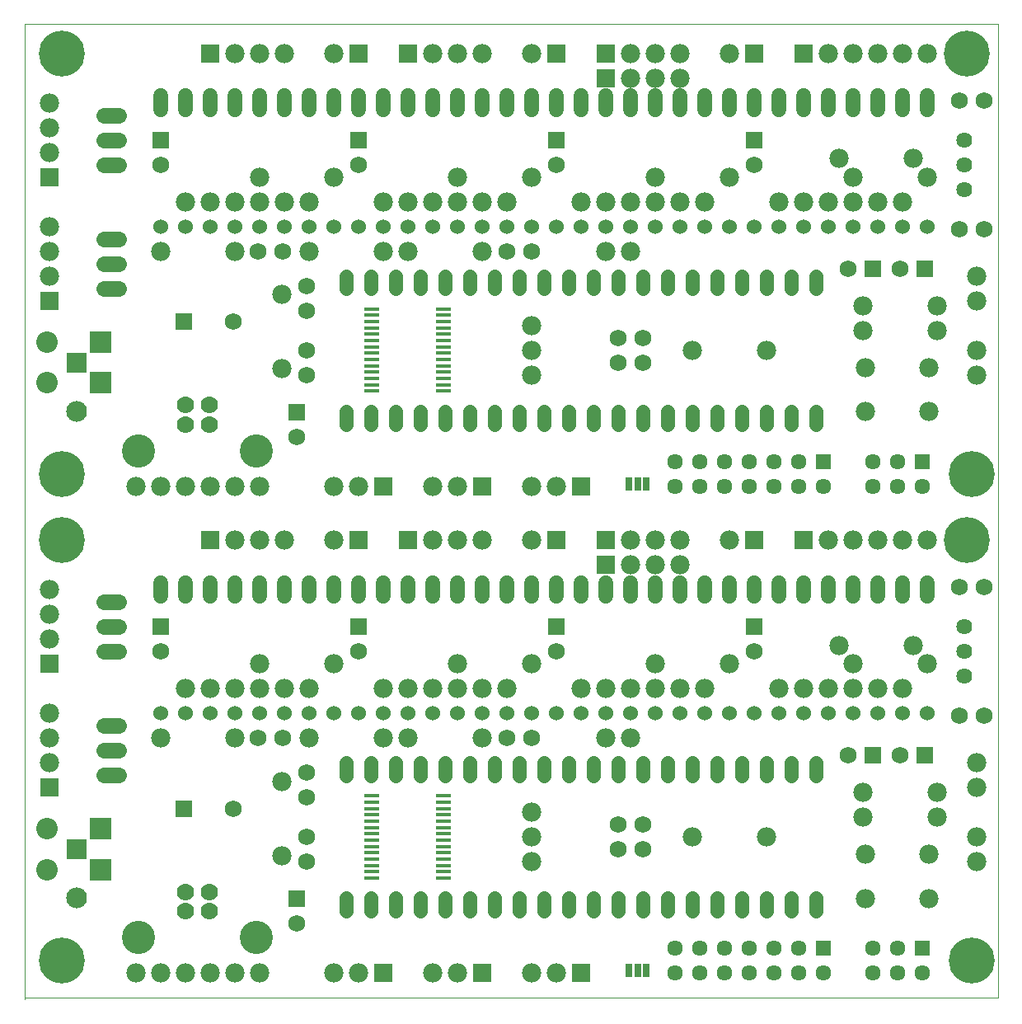
<source format=gbs>
G75*
G70*
%OFA0B0*%
%FSLAX24Y24*%
%IPPOS*%
%LPD*%
%AMOC8*
5,1,8,0,0,1.08239X$1,22.5*
%
%ADD10C,0.0000*%
%ADD11C,0.0780*%
%ADD12C,0.0690*%
%ADD13C,0.0700*%
%ADD14C,0.1340*%
%ADD15R,0.0590X0.0177*%
%ADD16C,0.0600*%
%ADD17C,0.0600*%
%ADD18R,0.0690X0.0690*%
%ADD19R,0.0780X0.0780*%
%ADD20C,0.0560*%
%ADD21C,0.0640*%
%ADD22R,0.0290X0.0540*%
%ADD23R,0.0840X0.0840*%
%ADD24C,0.0840*%
%ADD25C,0.0867*%
%ADD26R,0.0867X0.0867*%
%ADD27C,0.0640*%
%ADD28C,0.0634*%
%ADD29R,0.0634X0.0634*%
%ADD30C,0.1857*%
D10*
X001050Y001483D02*
X001050Y001561D01*
X001050Y040931D01*
X040420Y040931D01*
X040420Y001561D01*
X001050Y001561D01*
D11*
X005550Y002561D03*
X006550Y002561D03*
X007550Y002561D03*
X008550Y002561D03*
X009550Y002561D03*
X010550Y002561D03*
X013550Y002561D03*
X014550Y002561D03*
X017550Y002561D03*
X018550Y002561D03*
X021550Y002561D03*
X022550Y002561D03*
X021550Y007061D03*
X021550Y008061D03*
X021550Y009061D03*
X019550Y012061D03*
X019550Y014061D03*
X018550Y014061D03*
X018550Y015061D03*
X017550Y014061D03*
X016550Y014061D03*
X015550Y014061D03*
X015550Y012061D03*
X016550Y012061D03*
X013550Y015061D03*
X012550Y014061D03*
X011550Y014061D03*
X010550Y014061D03*
X009550Y014061D03*
X010550Y015061D03*
X008550Y014061D03*
X007550Y014061D03*
X006550Y012061D03*
X009550Y012061D03*
X011450Y010311D03*
X012550Y012061D03*
X011450Y007311D03*
X002050Y011061D03*
X002050Y012061D03*
X002050Y013061D03*
X002050Y016061D03*
X002050Y017061D03*
X002050Y018061D03*
X005550Y022246D03*
X006550Y022246D03*
X007550Y022246D03*
X008550Y022246D03*
X009550Y022246D03*
X010550Y022246D03*
X010550Y020061D03*
X009550Y020061D03*
X011550Y020061D03*
X013550Y020061D03*
X013550Y022246D03*
X014550Y022246D03*
X017550Y022246D03*
X018550Y022246D03*
X018550Y020061D03*
X019550Y020061D03*
X017550Y020061D03*
X021550Y020061D03*
X021550Y022246D03*
X022550Y022246D03*
X025550Y020061D03*
X025550Y019061D03*
X026550Y019061D03*
X026550Y020061D03*
X027550Y020061D03*
X027550Y019061D03*
X029550Y020061D03*
X033550Y020061D03*
X034550Y020061D03*
X035550Y020061D03*
X036550Y020061D03*
X037550Y020061D03*
X037000Y015811D03*
X037550Y015061D03*
X036550Y014061D03*
X035550Y014061D03*
X034550Y014061D03*
X034550Y015061D03*
X034000Y015811D03*
X033550Y014061D03*
X032550Y014061D03*
X031550Y014061D03*
X029550Y015061D03*
X028550Y014061D03*
X027550Y014061D03*
X026550Y014061D03*
X025550Y014061D03*
X026550Y015061D03*
X024550Y014061D03*
X023550Y014061D03*
X024550Y012061D03*
X025550Y012061D03*
X028050Y008061D03*
X031050Y008061D03*
X034950Y008861D03*
X034950Y009861D03*
X035076Y007358D03*
X035076Y005578D03*
X037636Y005578D03*
X037636Y007358D03*
X037950Y008861D03*
X037950Y009861D03*
X039550Y010061D03*
X039550Y011061D03*
X039550Y008061D03*
X039550Y007061D03*
X037636Y025263D03*
X037636Y027043D03*
X037950Y028546D03*
X037950Y029546D03*
X039550Y029746D03*
X039550Y030746D03*
X039550Y027746D03*
X039550Y026746D03*
X035076Y027043D03*
X034950Y028546D03*
X034950Y029546D03*
X034550Y033746D03*
X035550Y033746D03*
X036550Y033746D03*
X037550Y034746D03*
X037000Y035496D03*
X034550Y034746D03*
X034000Y035496D03*
X033550Y033746D03*
X032550Y033746D03*
X031550Y033746D03*
X029550Y034746D03*
X028550Y033746D03*
X027550Y033746D03*
X026550Y033746D03*
X025550Y033746D03*
X024550Y033746D03*
X023550Y033746D03*
X024550Y031746D03*
X025550Y031746D03*
X026550Y034746D03*
X026550Y038746D03*
X025550Y038746D03*
X025550Y039746D03*
X026550Y039746D03*
X027550Y039746D03*
X027550Y038746D03*
X029550Y039746D03*
X033550Y039746D03*
X034550Y039746D03*
X035550Y039746D03*
X036550Y039746D03*
X037550Y039746D03*
X031050Y027746D03*
X028050Y027746D03*
X021550Y027746D03*
X021550Y028746D03*
X021550Y026746D03*
X019550Y031746D03*
X019550Y033746D03*
X018550Y033746D03*
X017550Y033746D03*
X016550Y033746D03*
X015550Y033746D03*
X015550Y031746D03*
X016550Y031746D03*
X018550Y034746D03*
X020550Y033746D03*
X021550Y034746D03*
X021550Y039746D03*
X019550Y039746D03*
X018550Y039746D03*
X017550Y039746D03*
X013550Y039746D03*
X011550Y039746D03*
X010550Y039746D03*
X009550Y039746D03*
X010550Y034746D03*
X010550Y033746D03*
X009550Y033746D03*
X008550Y033746D03*
X007550Y033746D03*
X006550Y031746D03*
X009550Y031746D03*
X011450Y029996D03*
X012550Y031746D03*
X012550Y033746D03*
X011550Y033746D03*
X013550Y034746D03*
X011450Y026996D03*
X002050Y030746D03*
X002050Y031746D03*
X002050Y032746D03*
X002050Y035746D03*
X002050Y036746D03*
X002050Y037746D03*
X021550Y015061D03*
X020550Y014061D03*
X035076Y025263D03*
D12*
X034350Y031046D03*
X036450Y031040D03*
X038853Y032646D03*
X039853Y032646D03*
X039853Y037846D03*
X038853Y037846D03*
X030550Y035246D03*
X026050Y028246D03*
X026050Y027246D03*
X025050Y027246D03*
X025050Y028246D03*
X021550Y031746D03*
X020550Y031746D03*
X022550Y035246D03*
X014550Y035246D03*
X011500Y031746D03*
X010500Y031746D03*
X012450Y030346D03*
X012450Y029346D03*
X012450Y027746D03*
X012450Y026746D03*
X012050Y024246D03*
X009500Y028896D03*
X006550Y035246D03*
X006550Y015561D03*
X010500Y012061D03*
X011500Y012061D03*
X012450Y010661D03*
X012450Y009661D03*
X012450Y008061D03*
X012450Y007061D03*
X012050Y004561D03*
X009500Y009211D03*
X014550Y015561D03*
X020550Y012061D03*
X021550Y012061D03*
X022550Y015561D03*
X025050Y008561D03*
X025050Y007561D03*
X026050Y007561D03*
X026050Y008561D03*
X030550Y015561D03*
X034350Y011361D03*
X036450Y011355D03*
X038853Y012961D03*
X039853Y012961D03*
X039853Y018161D03*
X038853Y018161D03*
D13*
X008542Y024746D03*
X008542Y025526D03*
X007558Y025526D03*
X007558Y024746D03*
X007558Y005841D03*
X007558Y005061D03*
X008542Y005061D03*
X008542Y005841D03*
D14*
X010420Y003991D03*
X005680Y003991D03*
X005680Y023676D03*
X010420Y023676D03*
D15*
X015111Y026083D03*
X015111Y026339D03*
X015111Y026595D03*
X015111Y026851D03*
X015111Y027107D03*
X015111Y027362D03*
X015111Y027618D03*
X015111Y027874D03*
X015111Y028130D03*
X015111Y028386D03*
X015111Y028642D03*
X015111Y028898D03*
X015111Y029154D03*
X015111Y029410D03*
X017989Y029410D03*
X017989Y029154D03*
X017989Y028898D03*
X017989Y028642D03*
X017989Y028386D03*
X017989Y028130D03*
X017989Y027874D03*
X017989Y027618D03*
X017989Y027362D03*
X017989Y027107D03*
X017989Y026851D03*
X017989Y026595D03*
X017989Y026339D03*
X017989Y026083D03*
X017989Y009725D03*
X017989Y009469D03*
X017989Y009213D03*
X017989Y008957D03*
X017989Y008701D03*
X017989Y008445D03*
X017989Y008189D03*
X017989Y007933D03*
X017989Y007677D03*
X017989Y007421D03*
X017989Y007166D03*
X017989Y006910D03*
X017989Y006654D03*
X017989Y006398D03*
X015111Y006398D03*
X015111Y006654D03*
X015111Y006910D03*
X015111Y007166D03*
X015111Y007421D03*
X015111Y007677D03*
X015111Y007933D03*
X015111Y008189D03*
X015111Y008445D03*
X015111Y008701D03*
X015111Y008957D03*
X015111Y009213D03*
X015111Y009469D03*
X015111Y009725D03*
D16*
X015550Y013061D03*
X014550Y013061D03*
X013550Y013061D03*
X012550Y013061D03*
X011550Y013061D03*
X010550Y013061D03*
X009550Y013061D03*
X008550Y013061D03*
X007550Y013061D03*
X006550Y013061D03*
X016550Y013061D03*
X017550Y013061D03*
X018550Y013061D03*
X019550Y013061D03*
X020550Y013061D03*
X021550Y013061D03*
X022550Y013061D03*
X023550Y013061D03*
X024550Y013061D03*
X025550Y013061D03*
X026550Y013061D03*
X027550Y013061D03*
X028550Y013061D03*
X029550Y013061D03*
X030550Y013061D03*
X031550Y013061D03*
X032550Y013061D03*
X033550Y013061D03*
X034550Y013061D03*
X035550Y013061D03*
X036550Y013061D03*
X037550Y013061D03*
X037550Y032746D03*
X036550Y032746D03*
X035550Y032746D03*
X034550Y032746D03*
X033550Y032746D03*
X032550Y032746D03*
X031550Y032746D03*
X030550Y032746D03*
X029550Y032746D03*
X028550Y032746D03*
X027550Y032746D03*
X026550Y032746D03*
X025550Y032746D03*
X024550Y032746D03*
X023550Y032746D03*
X022550Y032746D03*
X021550Y032746D03*
X020550Y032746D03*
X019550Y032746D03*
X018550Y032746D03*
X017550Y032746D03*
X016550Y032746D03*
X015550Y032746D03*
X014550Y032746D03*
X013550Y032746D03*
X012550Y032746D03*
X011550Y032746D03*
X010550Y032746D03*
X009550Y032746D03*
X008550Y032746D03*
X007550Y032746D03*
X006550Y032746D03*
D17*
X006550Y037466D02*
X006550Y038026D01*
X007550Y038026D02*
X007550Y037466D01*
X008550Y037466D02*
X008550Y038026D01*
X009550Y038026D02*
X009550Y037466D01*
X010550Y037466D02*
X010550Y038026D01*
X011550Y038026D02*
X011550Y037466D01*
X012550Y037466D02*
X012550Y038026D01*
X013550Y038026D02*
X013550Y037466D01*
X014550Y037466D02*
X014550Y038026D01*
X015550Y038026D02*
X015550Y037466D01*
X016550Y037466D02*
X016550Y038026D01*
X017550Y038026D02*
X017550Y037466D01*
X018550Y037466D02*
X018550Y038026D01*
X019550Y038026D02*
X019550Y037466D01*
X020550Y037466D02*
X020550Y038026D01*
X021550Y038026D02*
X021550Y037466D01*
X022550Y037466D02*
X022550Y038026D01*
X023550Y038026D02*
X023550Y037466D01*
X024550Y037466D02*
X024550Y038026D01*
X025550Y038026D02*
X025550Y037466D01*
X026550Y037466D02*
X026550Y038026D01*
X027550Y038026D02*
X027550Y037466D01*
X028550Y037466D02*
X028550Y038026D01*
X029550Y038026D02*
X029550Y037466D01*
X030550Y037466D02*
X030550Y038026D01*
X031550Y038026D02*
X031550Y037466D01*
X032550Y037466D02*
X032550Y038026D01*
X033550Y038026D02*
X033550Y037466D01*
X034550Y037466D02*
X034550Y038026D01*
X035550Y038026D02*
X035550Y037466D01*
X036550Y037466D02*
X036550Y038026D01*
X037550Y038026D02*
X037550Y037466D01*
X037550Y018341D02*
X037550Y017781D01*
X036550Y017781D02*
X036550Y018341D01*
X035550Y018341D02*
X035550Y017781D01*
X034550Y017781D02*
X034550Y018341D01*
X033550Y018341D02*
X033550Y017781D01*
X032550Y017781D02*
X032550Y018341D01*
X031550Y018341D02*
X031550Y017781D01*
X030550Y017781D02*
X030550Y018341D01*
X029550Y018341D02*
X029550Y017781D01*
X028550Y017781D02*
X028550Y018341D01*
X027550Y018341D02*
X027550Y017781D01*
X026550Y017781D02*
X026550Y018341D01*
X025550Y018341D02*
X025550Y017781D01*
X024550Y017781D02*
X024550Y018341D01*
X023550Y018341D02*
X023550Y017781D01*
X022550Y017781D02*
X022550Y018341D01*
X021550Y018341D02*
X021550Y017781D01*
X020550Y017781D02*
X020550Y018341D01*
X019550Y018341D02*
X019550Y017781D01*
X018550Y017781D02*
X018550Y018341D01*
X017550Y018341D02*
X017550Y017781D01*
X016550Y017781D02*
X016550Y018341D01*
X015550Y018341D02*
X015550Y017781D01*
X014550Y017781D02*
X014550Y018341D01*
X013550Y018341D02*
X013550Y017781D01*
X012550Y017781D02*
X012550Y018341D01*
X011550Y018341D02*
X011550Y017781D01*
X010550Y017781D02*
X010550Y018341D01*
X009550Y018341D02*
X009550Y017781D01*
X008550Y017781D02*
X008550Y018341D01*
X007550Y018341D02*
X007550Y017781D01*
X006550Y017781D02*
X006550Y018341D01*
D18*
X006550Y016561D03*
X007500Y009211D03*
X012050Y005561D03*
X014550Y016561D03*
X022550Y016561D03*
X030550Y016561D03*
X035350Y011361D03*
X037450Y011355D03*
X037450Y031040D03*
X035350Y031046D03*
X030550Y036246D03*
X022550Y036246D03*
X014550Y036246D03*
X007500Y028896D03*
X012050Y025246D03*
X006550Y036246D03*
D19*
X008550Y039746D03*
X014550Y039746D03*
X016550Y039746D03*
X022550Y039746D03*
X024550Y039746D03*
X024550Y038746D03*
X030550Y039746D03*
X032550Y039746D03*
X023550Y022246D03*
X022550Y020061D03*
X024550Y020061D03*
X024550Y019061D03*
X019550Y022246D03*
X016550Y020061D03*
X014550Y020061D03*
X015550Y022246D03*
X008550Y020061D03*
X002050Y015061D03*
X002050Y010061D03*
X015550Y002561D03*
X019550Y002561D03*
X023550Y002561D03*
X030550Y020061D03*
X032550Y020061D03*
X002050Y029746D03*
X002050Y034746D03*
D20*
X014050Y030746D02*
X014050Y030226D01*
X015050Y030226D02*
X015050Y030746D01*
X016050Y030746D02*
X016050Y030226D01*
X017050Y030226D02*
X017050Y030746D01*
X018050Y030746D02*
X018050Y030226D01*
X019050Y030226D02*
X019050Y030746D01*
X020050Y030746D02*
X020050Y030226D01*
X021050Y030226D02*
X021050Y030746D01*
X022050Y030746D02*
X022050Y030226D01*
X023050Y030226D02*
X023050Y030746D01*
X024050Y030746D02*
X024050Y030226D01*
X025050Y030226D02*
X025050Y030746D01*
X026050Y030746D02*
X026050Y030226D01*
X027050Y030226D02*
X027050Y030746D01*
X028050Y030746D02*
X028050Y030226D01*
X029050Y030226D02*
X029050Y030746D01*
X030050Y030746D02*
X030050Y030226D01*
X031050Y030226D02*
X031050Y030746D01*
X032050Y030746D02*
X032050Y030226D01*
X033050Y030226D02*
X033050Y030746D01*
X033050Y025266D02*
X033050Y024746D01*
X032050Y024746D02*
X032050Y025266D01*
X031050Y025266D02*
X031050Y024746D01*
X030050Y024746D02*
X030050Y025266D01*
X029050Y025266D02*
X029050Y024746D01*
X028050Y024746D02*
X028050Y025266D01*
X027050Y025266D02*
X027050Y024746D01*
X026050Y024746D02*
X026050Y025266D01*
X025050Y025266D02*
X025050Y024746D01*
X024050Y024746D02*
X024050Y025266D01*
X023050Y025266D02*
X023050Y024746D01*
X022050Y024746D02*
X022050Y025266D01*
X021050Y025266D02*
X021050Y024746D01*
X020050Y024746D02*
X020050Y025266D01*
X019050Y025266D02*
X019050Y024746D01*
X018050Y024746D02*
X018050Y025266D01*
X017050Y025266D02*
X017050Y024746D01*
X016050Y024746D02*
X016050Y025266D01*
X015050Y025266D02*
X015050Y024746D01*
X014050Y024746D02*
X014050Y025266D01*
X014050Y011061D02*
X014050Y010541D01*
X015050Y010541D02*
X015050Y011061D01*
X016050Y011061D02*
X016050Y010541D01*
X017050Y010541D02*
X017050Y011061D01*
X018050Y011061D02*
X018050Y010541D01*
X019050Y010541D02*
X019050Y011061D01*
X020050Y011061D02*
X020050Y010541D01*
X021050Y010541D02*
X021050Y011061D01*
X022050Y011061D02*
X022050Y010541D01*
X023050Y010541D02*
X023050Y011061D01*
X024050Y011061D02*
X024050Y010541D01*
X025050Y010541D02*
X025050Y011061D01*
X026050Y011061D02*
X026050Y010541D01*
X027050Y010541D02*
X027050Y011061D01*
X028050Y011061D02*
X028050Y010541D01*
X029050Y010541D02*
X029050Y011061D01*
X030050Y011061D02*
X030050Y010541D01*
X031050Y010541D02*
X031050Y011061D01*
X032050Y011061D02*
X032050Y010541D01*
X033050Y010541D02*
X033050Y011061D01*
X033050Y005581D02*
X033050Y005061D01*
X032050Y005061D02*
X032050Y005581D01*
X031050Y005581D02*
X031050Y005061D01*
X030050Y005061D02*
X030050Y005581D01*
X029050Y005581D02*
X029050Y005061D01*
X028050Y005061D02*
X028050Y005581D01*
X027050Y005581D02*
X027050Y005061D01*
X026050Y005061D02*
X026050Y005581D01*
X025050Y005581D02*
X025050Y005061D01*
X024050Y005061D02*
X024050Y005581D01*
X023050Y005581D02*
X023050Y005061D01*
X022050Y005061D02*
X022050Y005581D01*
X021050Y005581D02*
X021050Y005061D01*
X020050Y005061D02*
X020050Y005581D01*
X019050Y005581D02*
X019050Y005061D01*
X018050Y005061D02*
X018050Y005581D01*
X017050Y005581D02*
X017050Y005061D01*
X016050Y005061D02*
X016050Y005581D01*
X015050Y005581D02*
X015050Y005061D01*
X014050Y005061D02*
X014050Y005581D01*
D21*
X004850Y010561D02*
X004250Y010561D01*
X004250Y011561D02*
X004850Y011561D01*
X004850Y012561D02*
X004250Y012561D01*
X004250Y015561D02*
X004850Y015561D01*
X004850Y016561D02*
X004250Y016561D01*
X004250Y017561D02*
X004850Y017561D01*
X004850Y030246D02*
X004250Y030246D01*
X004250Y031246D02*
X004850Y031246D01*
X004850Y032246D02*
X004250Y032246D01*
X004250Y035246D02*
X004850Y035246D01*
X004850Y036246D02*
X004250Y036246D01*
X004250Y037246D02*
X004850Y037246D01*
D22*
X025500Y022346D03*
X025850Y022346D03*
X026200Y022346D03*
X026200Y002661D03*
X025850Y002661D03*
X025500Y002661D03*
D23*
X003150Y007561D03*
X003150Y027246D03*
D24*
X003150Y025278D03*
X003150Y005593D03*
D25*
X001967Y006734D03*
X001967Y008388D03*
X001967Y026420D03*
X001967Y028073D03*
D26*
X004133Y028073D03*
X004133Y026420D03*
X004133Y008388D03*
X004133Y006734D03*
D27*
X039050Y014561D03*
X039050Y015561D03*
X039050Y016561D03*
X039050Y034246D03*
X039050Y035246D03*
X039050Y036246D03*
D28*
X036353Y023246D03*
X035353Y023246D03*
X035353Y022246D03*
X036353Y022246D03*
X037353Y022246D03*
X033353Y022246D03*
X032353Y022246D03*
X031353Y022246D03*
X030353Y022246D03*
X029353Y022246D03*
X028353Y022246D03*
X027353Y022246D03*
X027353Y023246D03*
X028353Y023246D03*
X029353Y023246D03*
X030353Y023246D03*
X031353Y023246D03*
X032353Y023246D03*
X032353Y003561D03*
X032353Y002561D03*
X031353Y002561D03*
X031353Y003561D03*
X030353Y003561D03*
X030353Y002561D03*
X029353Y002561D03*
X029353Y003561D03*
X028353Y003561D03*
X028353Y002561D03*
X027353Y002561D03*
X027353Y003561D03*
X033353Y002561D03*
X035353Y002561D03*
X036353Y002561D03*
X037353Y002561D03*
X036353Y003561D03*
X035353Y003561D03*
D29*
X037353Y003561D03*
X033353Y003561D03*
X033353Y023246D03*
X037353Y023246D03*
D30*
X039353Y022746D03*
X039156Y020061D03*
X039353Y003061D03*
X039156Y039746D03*
X002550Y039746D03*
X002550Y022746D03*
X002550Y020061D03*
X002550Y003061D03*
M02*

</source>
